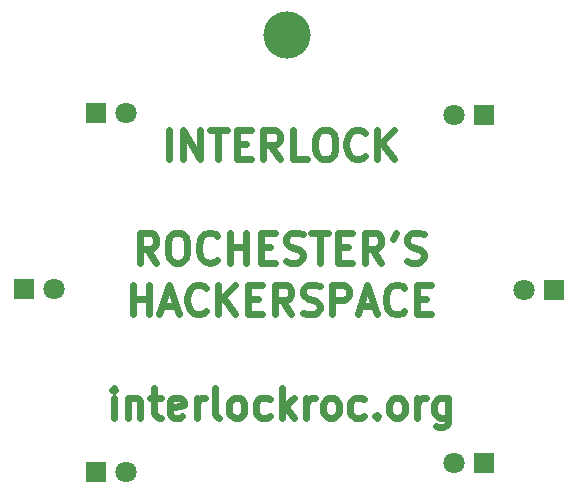
<source format=gbr>
G04 #@! TF.GenerationSoftware,KiCad,Pcbnew,(5.0.0)*
G04 #@! TF.CreationDate,2018-10-24T09:39:06-04:00*
G04 #@! TF.ProjectId,Interlock,496E7465726C6F636B2E6B696361645F,rev?*
G04 #@! TF.SameCoordinates,Original*
G04 #@! TF.FileFunction,Copper,L1,Top,Signal*
G04 #@! TF.FilePolarity,Positive*
%FSLAX46Y46*%
G04 Gerber Fmt 4.6, Leading zero omitted, Abs format (unit mm)*
G04 Created by KiCad (PCBNEW (5.0.0)) date 10/24/18 09:39:06*
%MOMM*%
%LPD*%
G01*
G04 APERTURE LIST*
G04 #@! TA.AperFunction,NonConductor*
%ADD10C,0.625000*%
G04 #@! TD*
G04 #@! TA.AperFunction,ComponentPad*
%ADD11C,4.000000*%
G04 #@! TD*
G04 #@! TA.AperFunction,ComponentPad*
%ADD12C,1.800000*%
G04 #@! TD*
G04 #@! TA.AperFunction,ComponentPad*
%ADD13R,1.800000X1.800000*%
G04 #@! TD*
G04 APERTURE END LIST*
D10*
X131378714Y-51280452D02*
X131378714Y-48780452D01*
X132569190Y-51280452D02*
X132569190Y-48780452D01*
X133997761Y-51280452D01*
X133997761Y-48780452D01*
X134831095Y-48780452D02*
X136259666Y-48780452D01*
X135545380Y-51280452D02*
X135545380Y-48780452D01*
X137093000Y-49970928D02*
X137926333Y-49970928D01*
X138283476Y-51280452D02*
X137093000Y-51280452D01*
X137093000Y-48780452D01*
X138283476Y-48780452D01*
X140783476Y-51280452D02*
X139950142Y-50089976D01*
X139354904Y-51280452D02*
X139354904Y-48780452D01*
X140307285Y-48780452D01*
X140545380Y-48899500D01*
X140664428Y-49018547D01*
X140783476Y-49256642D01*
X140783476Y-49613785D01*
X140664428Y-49851880D01*
X140545380Y-49970928D01*
X140307285Y-50089976D01*
X139354904Y-50089976D01*
X143045380Y-51280452D02*
X141854904Y-51280452D01*
X141854904Y-48780452D01*
X144354904Y-48780452D02*
X144831095Y-48780452D01*
X145069190Y-48899500D01*
X145307285Y-49137595D01*
X145426333Y-49613785D01*
X145426333Y-50447119D01*
X145307285Y-50923309D01*
X145069190Y-51161404D01*
X144831095Y-51280452D01*
X144354904Y-51280452D01*
X144116809Y-51161404D01*
X143878714Y-50923309D01*
X143759666Y-50447119D01*
X143759666Y-49613785D01*
X143878714Y-49137595D01*
X144116809Y-48899500D01*
X144354904Y-48780452D01*
X147926333Y-51042357D02*
X147807285Y-51161404D01*
X147450142Y-51280452D01*
X147212047Y-51280452D01*
X146854904Y-51161404D01*
X146616809Y-50923309D01*
X146497761Y-50685214D01*
X146378714Y-50209023D01*
X146378714Y-49851880D01*
X146497761Y-49375690D01*
X146616809Y-49137595D01*
X146854904Y-48899500D01*
X147212047Y-48780452D01*
X147450142Y-48780452D01*
X147807285Y-48899500D01*
X147926333Y-49018547D01*
X148997761Y-51280452D02*
X148997761Y-48780452D01*
X150426333Y-51280452D02*
X149354904Y-49851880D01*
X150426333Y-48780452D02*
X148997761Y-50209023D01*
X130307285Y-60030452D02*
X129473952Y-58839976D01*
X128878714Y-60030452D02*
X128878714Y-57530452D01*
X129831095Y-57530452D01*
X130069190Y-57649500D01*
X130188238Y-57768547D01*
X130307285Y-58006642D01*
X130307285Y-58363785D01*
X130188238Y-58601880D01*
X130069190Y-58720928D01*
X129831095Y-58839976D01*
X128878714Y-58839976D01*
X131854904Y-57530452D02*
X132331095Y-57530452D01*
X132569190Y-57649500D01*
X132807285Y-57887595D01*
X132926333Y-58363785D01*
X132926333Y-59197119D01*
X132807285Y-59673309D01*
X132569190Y-59911404D01*
X132331095Y-60030452D01*
X131854904Y-60030452D01*
X131616809Y-59911404D01*
X131378714Y-59673309D01*
X131259666Y-59197119D01*
X131259666Y-58363785D01*
X131378714Y-57887595D01*
X131616809Y-57649500D01*
X131854904Y-57530452D01*
X135426333Y-59792357D02*
X135307285Y-59911404D01*
X134950142Y-60030452D01*
X134712047Y-60030452D01*
X134354904Y-59911404D01*
X134116809Y-59673309D01*
X133997761Y-59435214D01*
X133878714Y-58959023D01*
X133878714Y-58601880D01*
X133997761Y-58125690D01*
X134116809Y-57887595D01*
X134354904Y-57649500D01*
X134712047Y-57530452D01*
X134950142Y-57530452D01*
X135307285Y-57649500D01*
X135426333Y-57768547D01*
X136497761Y-60030452D02*
X136497761Y-57530452D01*
X136497761Y-58720928D02*
X137926333Y-58720928D01*
X137926333Y-60030452D02*
X137926333Y-57530452D01*
X139116809Y-58720928D02*
X139950142Y-58720928D01*
X140307285Y-60030452D02*
X139116809Y-60030452D01*
X139116809Y-57530452D01*
X140307285Y-57530452D01*
X141259666Y-59911404D02*
X141616809Y-60030452D01*
X142212047Y-60030452D01*
X142450142Y-59911404D01*
X142569190Y-59792357D01*
X142688238Y-59554261D01*
X142688238Y-59316166D01*
X142569190Y-59078071D01*
X142450142Y-58959023D01*
X142212047Y-58839976D01*
X141735857Y-58720928D01*
X141497761Y-58601880D01*
X141378714Y-58482833D01*
X141259666Y-58244738D01*
X141259666Y-58006642D01*
X141378714Y-57768547D01*
X141497761Y-57649500D01*
X141735857Y-57530452D01*
X142331095Y-57530452D01*
X142688238Y-57649500D01*
X143402523Y-57530452D02*
X144831095Y-57530452D01*
X144116809Y-60030452D02*
X144116809Y-57530452D01*
X145664428Y-58720928D02*
X146497761Y-58720928D01*
X146854904Y-60030452D02*
X145664428Y-60030452D01*
X145664428Y-57530452D01*
X146854904Y-57530452D01*
X149354904Y-60030452D02*
X148521571Y-58839976D01*
X147926333Y-60030452D02*
X147926333Y-57530452D01*
X148878714Y-57530452D01*
X149116809Y-57649500D01*
X149235857Y-57768547D01*
X149354904Y-58006642D01*
X149354904Y-58363785D01*
X149235857Y-58601880D01*
X149116809Y-58720928D01*
X148878714Y-58839976D01*
X147926333Y-58839976D01*
X150545380Y-57530452D02*
X150307285Y-58006642D01*
X151497761Y-59911404D02*
X151854904Y-60030452D01*
X152450142Y-60030452D01*
X152688238Y-59911404D01*
X152807285Y-59792357D01*
X152926333Y-59554261D01*
X152926333Y-59316166D01*
X152807285Y-59078071D01*
X152688238Y-58959023D01*
X152450142Y-58839976D01*
X151973952Y-58720928D01*
X151735857Y-58601880D01*
X151616809Y-58482833D01*
X151497761Y-58244738D01*
X151497761Y-58006642D01*
X151616809Y-57768547D01*
X151735857Y-57649500D01*
X151973952Y-57530452D01*
X152569190Y-57530452D01*
X152926333Y-57649500D01*
X128283476Y-64405452D02*
X128283476Y-61905452D01*
X128283476Y-63095928D02*
X129712047Y-63095928D01*
X129712047Y-64405452D02*
X129712047Y-61905452D01*
X130783476Y-63691166D02*
X131973952Y-63691166D01*
X130545380Y-64405452D02*
X131378714Y-61905452D01*
X132212047Y-64405452D01*
X134473952Y-64167357D02*
X134354904Y-64286404D01*
X133997761Y-64405452D01*
X133759666Y-64405452D01*
X133402523Y-64286404D01*
X133164428Y-64048309D01*
X133045380Y-63810214D01*
X132926333Y-63334023D01*
X132926333Y-62976880D01*
X133045380Y-62500690D01*
X133164428Y-62262595D01*
X133402523Y-62024500D01*
X133759666Y-61905452D01*
X133997761Y-61905452D01*
X134354904Y-62024500D01*
X134473952Y-62143547D01*
X135545380Y-64405452D02*
X135545380Y-61905452D01*
X136973952Y-64405452D02*
X135902523Y-62976880D01*
X136973952Y-61905452D02*
X135545380Y-63334023D01*
X138045380Y-63095928D02*
X138878714Y-63095928D01*
X139235857Y-64405452D02*
X138045380Y-64405452D01*
X138045380Y-61905452D01*
X139235857Y-61905452D01*
X141735857Y-64405452D02*
X140902523Y-63214976D01*
X140307285Y-64405452D02*
X140307285Y-61905452D01*
X141259666Y-61905452D01*
X141497761Y-62024500D01*
X141616809Y-62143547D01*
X141735857Y-62381642D01*
X141735857Y-62738785D01*
X141616809Y-62976880D01*
X141497761Y-63095928D01*
X141259666Y-63214976D01*
X140307285Y-63214976D01*
X142688238Y-64286404D02*
X143045380Y-64405452D01*
X143640619Y-64405452D01*
X143878714Y-64286404D01*
X143997761Y-64167357D01*
X144116809Y-63929261D01*
X144116809Y-63691166D01*
X143997761Y-63453071D01*
X143878714Y-63334023D01*
X143640619Y-63214976D01*
X143164428Y-63095928D01*
X142926333Y-62976880D01*
X142807285Y-62857833D01*
X142688238Y-62619738D01*
X142688238Y-62381642D01*
X142807285Y-62143547D01*
X142926333Y-62024500D01*
X143164428Y-61905452D01*
X143759666Y-61905452D01*
X144116809Y-62024500D01*
X145188238Y-64405452D02*
X145188238Y-61905452D01*
X146140619Y-61905452D01*
X146378714Y-62024500D01*
X146497761Y-62143547D01*
X146616809Y-62381642D01*
X146616809Y-62738785D01*
X146497761Y-62976880D01*
X146378714Y-63095928D01*
X146140619Y-63214976D01*
X145188238Y-63214976D01*
X147569190Y-63691166D02*
X148759666Y-63691166D01*
X147331095Y-64405452D02*
X148164428Y-61905452D01*
X148997761Y-64405452D01*
X151259666Y-64167357D02*
X151140619Y-64286404D01*
X150783476Y-64405452D01*
X150545380Y-64405452D01*
X150188238Y-64286404D01*
X149950142Y-64048309D01*
X149831095Y-63810214D01*
X149712047Y-63334023D01*
X149712047Y-62976880D01*
X149831095Y-62500690D01*
X149950142Y-62262595D01*
X150188238Y-62024500D01*
X150545380Y-61905452D01*
X150783476Y-61905452D01*
X151140619Y-62024500D01*
X151259666Y-62143547D01*
X152331095Y-63095928D02*
X153164428Y-63095928D01*
X153521571Y-64405452D02*
X152331095Y-64405452D01*
X152331095Y-61905452D01*
X153521571Y-61905452D01*
X126676333Y-73155452D02*
X126676333Y-71488785D01*
X126676333Y-70655452D02*
X126557285Y-70774500D01*
X126676333Y-70893547D01*
X126795380Y-70774500D01*
X126676333Y-70655452D01*
X126676333Y-70893547D01*
X127866809Y-71488785D02*
X127866809Y-73155452D01*
X127866809Y-71726880D02*
X127985857Y-71607833D01*
X128223952Y-71488785D01*
X128581095Y-71488785D01*
X128819190Y-71607833D01*
X128938238Y-71845928D01*
X128938238Y-73155452D01*
X129771571Y-71488785D02*
X130723952Y-71488785D01*
X130128714Y-70655452D02*
X130128714Y-72798309D01*
X130247761Y-73036404D01*
X130485857Y-73155452D01*
X130723952Y-73155452D01*
X132509666Y-73036404D02*
X132271571Y-73155452D01*
X131795380Y-73155452D01*
X131557285Y-73036404D01*
X131438238Y-72798309D01*
X131438238Y-71845928D01*
X131557285Y-71607833D01*
X131795380Y-71488785D01*
X132271571Y-71488785D01*
X132509666Y-71607833D01*
X132628714Y-71845928D01*
X132628714Y-72084023D01*
X131438238Y-72322119D01*
X133700142Y-73155452D02*
X133700142Y-71488785D01*
X133700142Y-71964976D02*
X133819190Y-71726880D01*
X133938238Y-71607833D01*
X134176333Y-71488785D01*
X134414428Y-71488785D01*
X135604904Y-73155452D02*
X135366809Y-73036404D01*
X135247761Y-72798309D01*
X135247761Y-70655452D01*
X136914428Y-73155452D02*
X136676333Y-73036404D01*
X136557285Y-72917357D01*
X136438238Y-72679261D01*
X136438238Y-71964976D01*
X136557285Y-71726880D01*
X136676333Y-71607833D01*
X136914428Y-71488785D01*
X137271571Y-71488785D01*
X137509666Y-71607833D01*
X137628714Y-71726880D01*
X137747761Y-71964976D01*
X137747761Y-72679261D01*
X137628714Y-72917357D01*
X137509666Y-73036404D01*
X137271571Y-73155452D01*
X136914428Y-73155452D01*
X139890619Y-73036404D02*
X139652523Y-73155452D01*
X139176333Y-73155452D01*
X138938238Y-73036404D01*
X138819190Y-72917357D01*
X138700142Y-72679261D01*
X138700142Y-71964976D01*
X138819190Y-71726880D01*
X138938238Y-71607833D01*
X139176333Y-71488785D01*
X139652523Y-71488785D01*
X139890619Y-71607833D01*
X140962047Y-73155452D02*
X140962047Y-70655452D01*
X141200142Y-72203071D02*
X141914428Y-73155452D01*
X141914428Y-71488785D02*
X140962047Y-72441166D01*
X142985857Y-73155452D02*
X142985857Y-71488785D01*
X142985857Y-71964976D02*
X143104904Y-71726880D01*
X143223952Y-71607833D01*
X143462047Y-71488785D01*
X143700142Y-71488785D01*
X144890619Y-73155452D02*
X144652523Y-73036404D01*
X144533476Y-72917357D01*
X144414428Y-72679261D01*
X144414428Y-71964976D01*
X144533476Y-71726880D01*
X144652523Y-71607833D01*
X144890619Y-71488785D01*
X145247761Y-71488785D01*
X145485857Y-71607833D01*
X145604904Y-71726880D01*
X145723952Y-71964976D01*
X145723952Y-72679261D01*
X145604904Y-72917357D01*
X145485857Y-73036404D01*
X145247761Y-73155452D01*
X144890619Y-73155452D01*
X147866809Y-73036404D02*
X147628714Y-73155452D01*
X147152523Y-73155452D01*
X146914428Y-73036404D01*
X146795380Y-72917357D01*
X146676333Y-72679261D01*
X146676333Y-71964976D01*
X146795380Y-71726880D01*
X146914428Y-71607833D01*
X147152523Y-71488785D01*
X147628714Y-71488785D01*
X147866809Y-71607833D01*
X148938238Y-72917357D02*
X149057285Y-73036404D01*
X148938238Y-73155452D01*
X148819190Y-73036404D01*
X148938238Y-72917357D01*
X148938238Y-73155452D01*
X150485857Y-73155452D02*
X150247761Y-73036404D01*
X150128714Y-72917357D01*
X150009666Y-72679261D01*
X150009666Y-71964976D01*
X150128714Y-71726880D01*
X150247761Y-71607833D01*
X150485857Y-71488785D01*
X150843000Y-71488785D01*
X151081095Y-71607833D01*
X151200142Y-71726880D01*
X151319190Y-71964976D01*
X151319190Y-72679261D01*
X151200142Y-72917357D01*
X151081095Y-73036404D01*
X150843000Y-73155452D01*
X150485857Y-73155452D01*
X152390619Y-73155452D02*
X152390619Y-71488785D01*
X152390619Y-71964976D02*
X152509666Y-71726880D01*
X152628714Y-71607833D01*
X152866809Y-71488785D01*
X153104904Y-71488785D01*
X155009666Y-71488785D02*
X155009666Y-73512595D01*
X154890619Y-73750690D01*
X154771571Y-73869738D01*
X154533476Y-73988785D01*
X154176333Y-73988785D01*
X153938238Y-73869738D01*
X155009666Y-73036404D02*
X154771571Y-73155452D01*
X154295380Y-73155452D01*
X154057285Y-73036404D01*
X153938238Y-72917357D01*
X153819190Y-72679261D01*
X153819190Y-71964976D01*
X153938238Y-71726880D01*
X154057285Y-71607833D01*
X154295380Y-71488785D01*
X154771571Y-71488785D01*
X155009666Y-71607833D01*
D11*
G04 #@! TO.P,,1*
G04 #@! TO.N,N/C*
X141351000Y-40767000D03*
G04 #@! TD*
D12*
G04 #@! TO.P,,2*
G04 #@! TO.N,Net-(BT2032-Pad1)*
X155460000Y-47500000D03*
D13*
G04 #@! TO.P,,1*
G04 #@! TO.N,Net-(BT2032-Pad2)*
X158000000Y-47500000D03*
G04 #@! TD*
G04 #@! TO.P,,1*
G04 #@! TO.N,Net-(BT2032-Pad2)*
X158000000Y-77000000D03*
D12*
G04 #@! TO.P,,2*
G04 #@! TO.N,Net-(BT2032-Pad1)*
X155460000Y-77000000D03*
G04 #@! TD*
G04 #@! TO.P,,2*
G04 #@! TO.N,Net-(BT2032-Pad1)*
X121666000Y-62230000D03*
D13*
G04 #@! TO.P,,1*
G04 #@! TO.N,Net-(BT2032-Pad2)*
X119126000Y-62230000D03*
G04 #@! TD*
G04 #@! TO.P,,1*
G04 #@! TO.N,Net-(BT2032-Pad2)*
X164000000Y-62357000D03*
D12*
G04 #@! TO.P,,2*
G04 #@! TO.N,Net-(BT2032-Pad1)*
X161460000Y-62357000D03*
G04 #@! TD*
G04 #@! TO.P,,2*
G04 #@! TO.N,Net-(BT2032-Pad1)*
X127762000Y-77724000D03*
D13*
G04 #@! TO.P,,1*
G04 #@! TO.N,Net-(BT2032-Pad2)*
X125222000Y-77724000D03*
G04 #@! TD*
G04 #@! TO.P,,1*
G04 #@! TO.N,Net-(BT2032-Pad2)*
X125222000Y-47371000D03*
D12*
G04 #@! TO.P,,2*
G04 #@! TO.N,Net-(BT2032-Pad1)*
X127762000Y-47371000D03*
G04 #@! TD*
M02*

</source>
